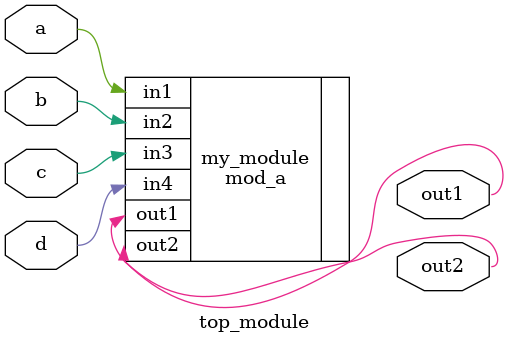
<source format=v>
module top_module (
    input a,
    input b,
    input c,
    input d,
    output out1,
    output out2
);
    mod_a my_module ( .in1(a), .in2(b), .in3(c), .in4(d), .out1(out1), .out2(out2));

endmodule

</source>
